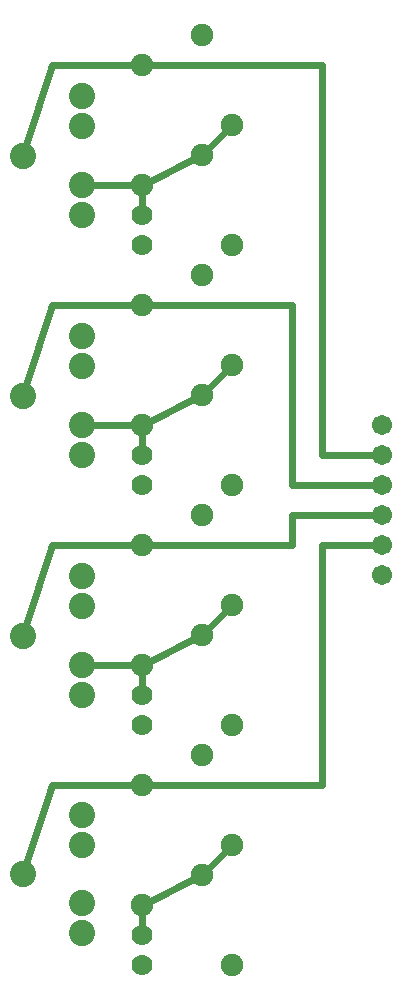
<source format=gbl>
G04 MADE WITH FRITZING*
G04 WWW.FRITZING.ORG*
G04 DOUBLE SIDED*
G04 HOLES PLATED*
G04 CONTOUR ON CENTER OF CONTOUR VECTOR*
%ASAXBY*%
%FSLAX23Y23*%
%MOIN*%
%OFA0B0*%
%SFA1.0B1.0*%
%ADD10C,0.087695*%
%ADD11C,0.087722*%
%ADD12C,0.070000*%
%ADD13C,0.075000*%
%ADD14C,0.067559*%
%ADD15C,0.024000*%
%LNCOPPER0*%
G90*
G70*
G54D10*
X328Y2005D03*
G54D11*
X525Y2202D03*
X525Y2104D03*
G54D10*
X525Y1907D03*
G54D11*
X525Y1808D03*
G54D10*
X328Y1205D03*
G54D11*
X525Y1402D03*
X525Y1304D03*
G54D10*
X525Y1107D03*
G54D11*
X525Y1008D03*
G54D10*
X328Y2805D03*
G54D11*
X525Y3002D03*
X525Y2904D03*
G54D10*
X525Y2707D03*
G54D11*
X525Y2608D03*
G54D12*
X725Y1707D03*
X725Y1807D03*
X725Y907D03*
X725Y1007D03*
X725Y2507D03*
X725Y2607D03*
G54D13*
X725Y2307D03*
X725Y1907D03*
X725Y1507D03*
X725Y1107D03*
X725Y3107D03*
X725Y2707D03*
X925Y2407D03*
X925Y2007D03*
X925Y1607D03*
X925Y1207D03*
X925Y3207D03*
X925Y2807D03*
X1025Y1707D03*
X1025Y2107D03*
X1025Y907D03*
X1025Y1307D03*
X1025Y2507D03*
X1025Y2907D03*
G54D14*
X1525Y1907D03*
X1525Y1807D03*
X1525Y1707D03*
X1525Y1607D03*
X1525Y1507D03*
X1525Y1407D03*
G54D10*
X328Y410D03*
G54D11*
X525Y607D03*
X525Y508D03*
G54D10*
X525Y312D03*
G54D11*
X525Y213D03*
G54D13*
X725Y707D03*
X725Y307D03*
G54D12*
X725Y107D03*
X725Y207D03*
G54D13*
X925Y807D03*
X925Y407D03*
X1025Y107D03*
X1025Y507D03*
G54D15*
X708Y2707D02*
X552Y2707D01*
D02*
X910Y2799D02*
X741Y2715D01*
D02*
X938Y419D02*
X1013Y495D01*
D02*
X938Y1219D02*
X1013Y1295D01*
D02*
X938Y2019D02*
X1013Y2095D01*
D02*
X938Y2819D02*
X1013Y2895D01*
D02*
X708Y1907D02*
X552Y1907D01*
D02*
X725Y1889D02*
X725Y1822D01*
D02*
X910Y1999D02*
X741Y1915D01*
D02*
X725Y2689D02*
X725Y2622D01*
D02*
X337Y2830D02*
X426Y3106D01*
D02*
X426Y3106D02*
X708Y3107D01*
D02*
X426Y2308D02*
X337Y2030D01*
D02*
X708Y2307D02*
X426Y2308D01*
D02*
X426Y1506D02*
X337Y1230D01*
D02*
X708Y1507D02*
X426Y1506D01*
D02*
X708Y1107D02*
X552Y1107D01*
D02*
X725Y1022D02*
X725Y1089D01*
D02*
X910Y1199D02*
X741Y1115D01*
D02*
X708Y707D02*
X425Y707D01*
D02*
X425Y707D02*
X337Y435D01*
D02*
X725Y289D02*
X725Y222D01*
D02*
X741Y315D02*
X910Y399D01*
D02*
X1325Y3107D02*
X743Y3107D01*
D02*
X1325Y1806D02*
X1325Y3107D01*
D02*
X1511Y1807D02*
X1325Y1806D01*
D02*
X1224Y1708D02*
X1511Y1707D01*
D02*
X1224Y2307D02*
X1224Y1708D01*
D02*
X743Y2307D02*
X1224Y2307D01*
D02*
X1224Y1507D02*
X743Y1507D01*
D02*
X1224Y1607D02*
X1224Y1507D01*
D02*
X1511Y1607D02*
X1224Y1607D01*
D02*
X1325Y706D02*
X743Y707D01*
D02*
X1325Y1507D02*
X1325Y706D01*
D02*
X1511Y1507D02*
X1325Y1507D01*
G04 End of Copper0*
M02*
</source>
